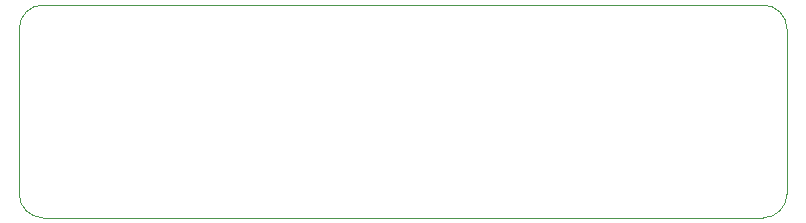
<source format=gbr>
%TF.GenerationSoftware,KiCad,Pcbnew,6.0.4-6f826c9f35~116~ubuntu20.04.1*%
%TF.CreationDate,2022-12-15T23:45:36+00:00*%
%TF.ProjectId,TFESC01,54464553-4330-4312-9e6b-696361645f70,rev?*%
%TF.SameCoordinates,Original*%
%TF.FileFunction,Profile,NP*%
%FSLAX46Y46*%
G04 Gerber Fmt 4.6, Leading zero omitted, Abs format (unit mm)*
G04 Created by KiCad (PCBNEW 6.0.4-6f826c9f35~116~ubuntu20.04.1) date 2022-12-15 23:45:36*
%MOMM*%
%LPD*%
G01*
G04 APERTURE LIST*
%TA.AperFunction,Profile*%
%ADD10C,0.001000*%
%TD*%
G04 APERTURE END LIST*
D10*
X68000000Y-98000000D02*
G75*
G03*
X70000000Y-100000000I2000000J0D01*
G01*
X133000000Y-84000000D02*
X133000000Y-98000000D01*
X70000000Y-82000000D02*
G75*
G03*
X68000000Y-84000000I0J-2000000D01*
G01*
X70000000Y-82000000D02*
X131000000Y-82000000D01*
X68000000Y-84000000D02*
X68000000Y-98000000D01*
X131000000Y-100000000D02*
G75*
G03*
X133000000Y-98000000I0J2000000D01*
G01*
X70000000Y-100000000D02*
X131000000Y-100000000D01*
X133000000Y-84000000D02*
G75*
G03*
X131000000Y-82000000I-2000000J0D01*
G01*
M02*

</source>
